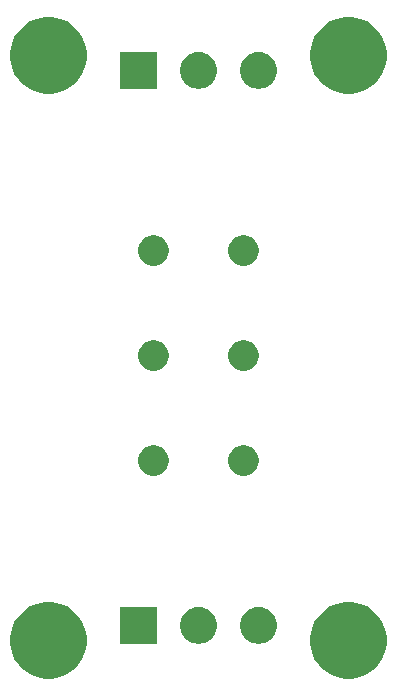
<source format=gbr>
G04 #@! TF.GenerationSoftware,KiCad,Pcbnew,(5.1.4-0-10_14)*
G04 #@! TF.CreationDate,2019-09-21T10:22:50-07:00*
G04 #@! TF.ProjectId,9A_9AJ_Heater_Helper,39415f39-414a-45f4-9865-617465725f48,1.0*
G04 #@! TF.SameCoordinates,Original*
G04 #@! TF.FileFunction,Soldermask,Top*
G04 #@! TF.FilePolarity,Negative*
%FSLAX46Y46*%
G04 Gerber Fmt 4.6, Leading zero omitted, Abs format (unit mm)*
G04 Created by KiCad (PCBNEW (5.1.4-0-10_14)) date 2019-09-21 10:22:50*
%MOMM*%
%LPD*%
G04 APERTURE LIST*
%ADD10C,0.100000*%
G04 APERTURE END LIST*
D10*
G36*
X155574239Y-118731467D02*
G01*
X155888282Y-118793934D01*
X156479926Y-119039001D01*
X157012392Y-119394784D01*
X157465216Y-119847608D01*
X157820999Y-120380074D01*
X158066066Y-120971718D01*
X158191000Y-121599804D01*
X158191000Y-122240196D01*
X158066066Y-122868282D01*
X157820999Y-123459926D01*
X157465216Y-123992392D01*
X157012392Y-124445216D01*
X156479926Y-124800999D01*
X155888282Y-125046066D01*
X155574239Y-125108533D01*
X155260197Y-125171000D01*
X154619803Y-125171000D01*
X154305761Y-125108533D01*
X153991718Y-125046066D01*
X153400074Y-124800999D01*
X152867608Y-124445216D01*
X152414784Y-123992392D01*
X152059001Y-123459926D01*
X151813934Y-122868282D01*
X151689000Y-122240196D01*
X151689000Y-121599804D01*
X151813934Y-120971718D01*
X152059001Y-120380074D01*
X152414784Y-119847608D01*
X152867608Y-119394784D01*
X153400074Y-119039001D01*
X153991718Y-118793934D01*
X154305761Y-118731467D01*
X154619803Y-118669000D01*
X155260197Y-118669000D01*
X155574239Y-118731467D01*
X155574239Y-118731467D01*
G37*
G36*
X130174239Y-118731467D02*
G01*
X130488282Y-118793934D01*
X131079926Y-119039001D01*
X131612392Y-119394784D01*
X132065216Y-119847608D01*
X132420999Y-120380074D01*
X132666066Y-120971718D01*
X132791000Y-121599804D01*
X132791000Y-122240196D01*
X132666066Y-122868282D01*
X132420999Y-123459926D01*
X132065216Y-123992392D01*
X131612392Y-124445216D01*
X131079926Y-124800999D01*
X130488282Y-125046066D01*
X130174239Y-125108533D01*
X129860197Y-125171000D01*
X129219803Y-125171000D01*
X128905761Y-125108533D01*
X128591718Y-125046066D01*
X128000074Y-124800999D01*
X127467608Y-124445216D01*
X127014784Y-123992392D01*
X126659001Y-123459926D01*
X126413934Y-122868282D01*
X126289000Y-122240196D01*
X126289000Y-121599804D01*
X126413934Y-120971718D01*
X126659001Y-120380074D01*
X127014784Y-119847608D01*
X127467608Y-119394784D01*
X128000074Y-119039001D01*
X128591718Y-118793934D01*
X128905761Y-118731467D01*
X129219803Y-118669000D01*
X129860197Y-118669000D01*
X130174239Y-118731467D01*
X130174239Y-118731467D01*
G37*
G36*
X138711000Y-122201000D02*
G01*
X135609000Y-122201000D01*
X135609000Y-119099000D01*
X138711000Y-119099000D01*
X138711000Y-122201000D01*
X138711000Y-122201000D01*
G37*
G36*
X147622585Y-119128802D02*
G01*
X147772410Y-119158604D01*
X148054674Y-119275521D01*
X148308705Y-119445259D01*
X148524741Y-119661295D01*
X148694479Y-119915326D01*
X148811396Y-120197590D01*
X148871000Y-120497240D01*
X148871000Y-120802760D01*
X148811396Y-121102410D01*
X148694479Y-121384674D01*
X148524741Y-121638705D01*
X148308705Y-121854741D01*
X148054674Y-122024479D01*
X147772410Y-122141396D01*
X147622585Y-122171198D01*
X147472761Y-122201000D01*
X147167239Y-122201000D01*
X147017415Y-122171198D01*
X146867590Y-122141396D01*
X146585326Y-122024479D01*
X146331295Y-121854741D01*
X146115259Y-121638705D01*
X145945521Y-121384674D01*
X145828604Y-121102410D01*
X145769000Y-120802760D01*
X145769000Y-120497240D01*
X145828604Y-120197590D01*
X145945521Y-119915326D01*
X146115259Y-119661295D01*
X146331295Y-119445259D01*
X146585326Y-119275521D01*
X146867590Y-119158604D01*
X147017415Y-119128802D01*
X147167239Y-119099000D01*
X147472761Y-119099000D01*
X147622585Y-119128802D01*
X147622585Y-119128802D01*
G37*
G36*
X142542585Y-119128802D02*
G01*
X142692410Y-119158604D01*
X142974674Y-119275521D01*
X143228705Y-119445259D01*
X143444741Y-119661295D01*
X143614479Y-119915326D01*
X143731396Y-120197590D01*
X143791000Y-120497240D01*
X143791000Y-120802760D01*
X143731396Y-121102410D01*
X143614479Y-121384674D01*
X143444741Y-121638705D01*
X143228705Y-121854741D01*
X142974674Y-122024479D01*
X142692410Y-122141396D01*
X142542585Y-122171198D01*
X142392761Y-122201000D01*
X142087239Y-122201000D01*
X141937415Y-122171198D01*
X141787590Y-122141396D01*
X141505326Y-122024479D01*
X141251295Y-121854741D01*
X141035259Y-121638705D01*
X140865521Y-121384674D01*
X140748604Y-121102410D01*
X140689000Y-120802760D01*
X140689000Y-120497240D01*
X140748604Y-120197590D01*
X140865521Y-119915326D01*
X141035259Y-119661295D01*
X141251295Y-119445259D01*
X141505326Y-119275521D01*
X141787590Y-119158604D01*
X141937415Y-119128802D01*
X142087239Y-119099000D01*
X142392761Y-119099000D01*
X142542585Y-119128802D01*
X142542585Y-119128802D01*
G37*
G36*
X146429487Y-105428996D02*
G01*
X146666253Y-105527068D01*
X146666255Y-105527069D01*
X146879339Y-105669447D01*
X147060553Y-105850661D01*
X147202932Y-106063747D01*
X147301004Y-106300513D01*
X147351000Y-106551861D01*
X147351000Y-106808139D01*
X147301004Y-107059487D01*
X147202932Y-107296253D01*
X147202931Y-107296255D01*
X147060553Y-107509339D01*
X146879339Y-107690553D01*
X146666255Y-107832931D01*
X146666254Y-107832932D01*
X146666253Y-107832932D01*
X146429487Y-107931004D01*
X146178139Y-107981000D01*
X145921861Y-107981000D01*
X145670513Y-107931004D01*
X145433747Y-107832932D01*
X145433746Y-107832932D01*
X145433745Y-107832931D01*
X145220661Y-107690553D01*
X145039447Y-107509339D01*
X144897069Y-107296255D01*
X144897068Y-107296253D01*
X144798996Y-107059487D01*
X144749000Y-106808139D01*
X144749000Y-106551861D01*
X144798996Y-106300513D01*
X144897068Y-106063747D01*
X145039447Y-105850661D01*
X145220661Y-105669447D01*
X145433745Y-105527069D01*
X145433747Y-105527068D01*
X145670513Y-105428996D01*
X145921861Y-105379000D01*
X146178139Y-105379000D01*
X146429487Y-105428996D01*
X146429487Y-105428996D01*
G37*
G36*
X138809487Y-105428996D02*
G01*
X139046253Y-105527068D01*
X139046255Y-105527069D01*
X139259339Y-105669447D01*
X139440553Y-105850661D01*
X139582932Y-106063747D01*
X139681004Y-106300513D01*
X139731000Y-106551861D01*
X139731000Y-106808139D01*
X139681004Y-107059487D01*
X139582932Y-107296253D01*
X139582931Y-107296255D01*
X139440553Y-107509339D01*
X139259339Y-107690553D01*
X139046255Y-107832931D01*
X139046254Y-107832932D01*
X139046253Y-107832932D01*
X138809487Y-107931004D01*
X138558139Y-107981000D01*
X138301861Y-107981000D01*
X138050513Y-107931004D01*
X137813747Y-107832932D01*
X137813746Y-107832932D01*
X137813745Y-107832931D01*
X137600661Y-107690553D01*
X137419447Y-107509339D01*
X137277069Y-107296255D01*
X137277068Y-107296253D01*
X137178996Y-107059487D01*
X137129000Y-106808139D01*
X137129000Y-106551861D01*
X137178996Y-106300513D01*
X137277068Y-106063747D01*
X137419447Y-105850661D01*
X137600661Y-105669447D01*
X137813745Y-105527069D01*
X137813747Y-105527068D01*
X138050513Y-105428996D01*
X138301861Y-105379000D01*
X138558139Y-105379000D01*
X138809487Y-105428996D01*
X138809487Y-105428996D01*
G37*
G36*
X146429487Y-96538996D02*
G01*
X146666253Y-96637068D01*
X146666255Y-96637069D01*
X146879339Y-96779447D01*
X147060553Y-96960661D01*
X147202932Y-97173747D01*
X147301004Y-97410513D01*
X147351000Y-97661861D01*
X147351000Y-97918139D01*
X147301004Y-98169487D01*
X147202932Y-98406253D01*
X147202931Y-98406255D01*
X147060553Y-98619339D01*
X146879339Y-98800553D01*
X146666255Y-98942931D01*
X146666254Y-98942932D01*
X146666253Y-98942932D01*
X146429487Y-99041004D01*
X146178139Y-99091000D01*
X145921861Y-99091000D01*
X145670513Y-99041004D01*
X145433747Y-98942932D01*
X145433746Y-98942932D01*
X145433745Y-98942931D01*
X145220661Y-98800553D01*
X145039447Y-98619339D01*
X144897069Y-98406255D01*
X144897068Y-98406253D01*
X144798996Y-98169487D01*
X144749000Y-97918139D01*
X144749000Y-97661861D01*
X144798996Y-97410513D01*
X144897068Y-97173747D01*
X145039447Y-96960661D01*
X145220661Y-96779447D01*
X145433745Y-96637069D01*
X145433747Y-96637068D01*
X145670513Y-96538996D01*
X145921861Y-96489000D01*
X146178139Y-96489000D01*
X146429487Y-96538996D01*
X146429487Y-96538996D01*
G37*
G36*
X138809487Y-96538996D02*
G01*
X139046253Y-96637068D01*
X139046255Y-96637069D01*
X139259339Y-96779447D01*
X139440553Y-96960661D01*
X139582932Y-97173747D01*
X139681004Y-97410513D01*
X139731000Y-97661861D01*
X139731000Y-97918139D01*
X139681004Y-98169487D01*
X139582932Y-98406253D01*
X139582931Y-98406255D01*
X139440553Y-98619339D01*
X139259339Y-98800553D01*
X139046255Y-98942931D01*
X139046254Y-98942932D01*
X139046253Y-98942932D01*
X138809487Y-99041004D01*
X138558139Y-99091000D01*
X138301861Y-99091000D01*
X138050513Y-99041004D01*
X137813747Y-98942932D01*
X137813746Y-98942932D01*
X137813745Y-98942931D01*
X137600661Y-98800553D01*
X137419447Y-98619339D01*
X137277069Y-98406255D01*
X137277068Y-98406253D01*
X137178996Y-98169487D01*
X137129000Y-97918139D01*
X137129000Y-97661861D01*
X137178996Y-97410513D01*
X137277068Y-97173747D01*
X137419447Y-96960661D01*
X137600661Y-96779447D01*
X137813745Y-96637069D01*
X137813747Y-96637068D01*
X138050513Y-96538996D01*
X138301861Y-96489000D01*
X138558139Y-96489000D01*
X138809487Y-96538996D01*
X138809487Y-96538996D01*
G37*
G36*
X146429487Y-87648996D02*
G01*
X146666253Y-87747068D01*
X146666255Y-87747069D01*
X146879339Y-87889447D01*
X147060553Y-88070661D01*
X147202932Y-88283747D01*
X147301004Y-88520513D01*
X147351000Y-88771861D01*
X147351000Y-89028139D01*
X147301004Y-89279487D01*
X147202932Y-89516253D01*
X147202931Y-89516255D01*
X147060553Y-89729339D01*
X146879339Y-89910553D01*
X146666255Y-90052931D01*
X146666254Y-90052932D01*
X146666253Y-90052932D01*
X146429487Y-90151004D01*
X146178139Y-90201000D01*
X145921861Y-90201000D01*
X145670513Y-90151004D01*
X145433747Y-90052932D01*
X145433746Y-90052932D01*
X145433745Y-90052931D01*
X145220661Y-89910553D01*
X145039447Y-89729339D01*
X144897069Y-89516255D01*
X144897068Y-89516253D01*
X144798996Y-89279487D01*
X144749000Y-89028139D01*
X144749000Y-88771861D01*
X144798996Y-88520513D01*
X144897068Y-88283747D01*
X145039447Y-88070661D01*
X145220661Y-87889447D01*
X145433745Y-87747069D01*
X145433747Y-87747068D01*
X145670513Y-87648996D01*
X145921861Y-87599000D01*
X146178139Y-87599000D01*
X146429487Y-87648996D01*
X146429487Y-87648996D01*
G37*
G36*
X138809487Y-87648996D02*
G01*
X139046253Y-87747068D01*
X139046255Y-87747069D01*
X139259339Y-87889447D01*
X139440553Y-88070661D01*
X139582932Y-88283747D01*
X139681004Y-88520513D01*
X139731000Y-88771861D01*
X139731000Y-89028139D01*
X139681004Y-89279487D01*
X139582932Y-89516253D01*
X139582931Y-89516255D01*
X139440553Y-89729339D01*
X139259339Y-89910553D01*
X139046255Y-90052931D01*
X139046254Y-90052932D01*
X139046253Y-90052932D01*
X138809487Y-90151004D01*
X138558139Y-90201000D01*
X138301861Y-90201000D01*
X138050513Y-90151004D01*
X137813747Y-90052932D01*
X137813746Y-90052932D01*
X137813745Y-90052931D01*
X137600661Y-89910553D01*
X137419447Y-89729339D01*
X137277069Y-89516255D01*
X137277068Y-89516253D01*
X137178996Y-89279487D01*
X137129000Y-89028139D01*
X137129000Y-88771861D01*
X137178996Y-88520513D01*
X137277068Y-88283747D01*
X137419447Y-88070661D01*
X137600661Y-87889447D01*
X137813745Y-87747069D01*
X137813747Y-87747068D01*
X138050513Y-87648996D01*
X138301861Y-87599000D01*
X138558139Y-87599000D01*
X138809487Y-87648996D01*
X138809487Y-87648996D01*
G37*
G36*
X155574239Y-69201467D02*
G01*
X155888282Y-69263934D01*
X156479926Y-69509001D01*
X157012392Y-69864784D01*
X157465216Y-70317608D01*
X157820999Y-70850074D01*
X158066066Y-71441718D01*
X158191000Y-72069804D01*
X158191000Y-72710196D01*
X158066066Y-73338282D01*
X157820999Y-73929926D01*
X157465216Y-74462392D01*
X157012392Y-74915216D01*
X156479926Y-75270999D01*
X155888282Y-75516066D01*
X155574239Y-75578533D01*
X155260197Y-75641000D01*
X154619803Y-75641000D01*
X154305761Y-75578533D01*
X153991718Y-75516066D01*
X153400074Y-75270999D01*
X152867608Y-74915216D01*
X152414784Y-74462392D01*
X152059001Y-73929926D01*
X151813934Y-73338282D01*
X151689000Y-72710196D01*
X151689000Y-72069804D01*
X151813934Y-71441718D01*
X152059001Y-70850074D01*
X152414784Y-70317608D01*
X152867608Y-69864784D01*
X153400074Y-69509001D01*
X153991718Y-69263934D01*
X154305761Y-69201467D01*
X154619803Y-69139000D01*
X155260197Y-69139000D01*
X155574239Y-69201467D01*
X155574239Y-69201467D01*
G37*
G36*
X130174239Y-69201467D02*
G01*
X130488282Y-69263934D01*
X131079926Y-69509001D01*
X131612392Y-69864784D01*
X132065216Y-70317608D01*
X132420999Y-70850074D01*
X132666066Y-71441718D01*
X132791000Y-72069804D01*
X132791000Y-72710196D01*
X132666066Y-73338282D01*
X132420999Y-73929926D01*
X132065216Y-74462392D01*
X131612392Y-74915216D01*
X131079926Y-75270999D01*
X130488282Y-75516066D01*
X130174239Y-75578533D01*
X129860197Y-75641000D01*
X129219803Y-75641000D01*
X128905761Y-75578533D01*
X128591718Y-75516066D01*
X128000074Y-75270999D01*
X127467608Y-74915216D01*
X127014784Y-74462392D01*
X126659001Y-73929926D01*
X126413934Y-73338282D01*
X126289000Y-72710196D01*
X126289000Y-72069804D01*
X126413934Y-71441718D01*
X126659001Y-70850074D01*
X127014784Y-70317608D01*
X127467608Y-69864784D01*
X128000074Y-69509001D01*
X128591718Y-69263934D01*
X128905761Y-69201467D01*
X129219803Y-69139000D01*
X129860197Y-69139000D01*
X130174239Y-69201467D01*
X130174239Y-69201467D01*
G37*
G36*
X147622585Y-72138802D02*
G01*
X147772410Y-72168604D01*
X148054674Y-72285521D01*
X148308705Y-72455259D01*
X148524741Y-72671295D01*
X148694479Y-72925326D01*
X148811396Y-73207590D01*
X148871000Y-73507240D01*
X148871000Y-73812760D01*
X148811396Y-74112410D01*
X148694479Y-74394674D01*
X148524741Y-74648705D01*
X148308705Y-74864741D01*
X148054674Y-75034479D01*
X147772410Y-75151396D01*
X147622585Y-75181198D01*
X147472761Y-75211000D01*
X147167239Y-75211000D01*
X147017415Y-75181198D01*
X146867590Y-75151396D01*
X146585326Y-75034479D01*
X146331295Y-74864741D01*
X146115259Y-74648705D01*
X145945521Y-74394674D01*
X145828604Y-74112410D01*
X145769000Y-73812760D01*
X145769000Y-73507240D01*
X145828604Y-73207590D01*
X145945521Y-72925326D01*
X146115259Y-72671295D01*
X146331295Y-72455259D01*
X146585326Y-72285521D01*
X146867590Y-72168604D01*
X147017415Y-72138802D01*
X147167239Y-72109000D01*
X147472761Y-72109000D01*
X147622585Y-72138802D01*
X147622585Y-72138802D01*
G37*
G36*
X142542585Y-72138802D02*
G01*
X142692410Y-72168604D01*
X142974674Y-72285521D01*
X143228705Y-72455259D01*
X143444741Y-72671295D01*
X143614479Y-72925326D01*
X143731396Y-73207590D01*
X143791000Y-73507240D01*
X143791000Y-73812760D01*
X143731396Y-74112410D01*
X143614479Y-74394674D01*
X143444741Y-74648705D01*
X143228705Y-74864741D01*
X142974674Y-75034479D01*
X142692410Y-75151396D01*
X142542585Y-75181198D01*
X142392761Y-75211000D01*
X142087239Y-75211000D01*
X141937415Y-75181198D01*
X141787590Y-75151396D01*
X141505326Y-75034479D01*
X141251295Y-74864741D01*
X141035259Y-74648705D01*
X140865521Y-74394674D01*
X140748604Y-74112410D01*
X140689000Y-73812760D01*
X140689000Y-73507240D01*
X140748604Y-73207590D01*
X140865521Y-72925326D01*
X141035259Y-72671295D01*
X141251295Y-72455259D01*
X141505326Y-72285521D01*
X141787590Y-72168604D01*
X141937415Y-72138802D01*
X142087239Y-72109000D01*
X142392761Y-72109000D01*
X142542585Y-72138802D01*
X142542585Y-72138802D01*
G37*
G36*
X138711000Y-75211000D02*
G01*
X135609000Y-75211000D01*
X135609000Y-72109000D01*
X138711000Y-72109000D01*
X138711000Y-75211000D01*
X138711000Y-75211000D01*
G37*
M02*

</source>
